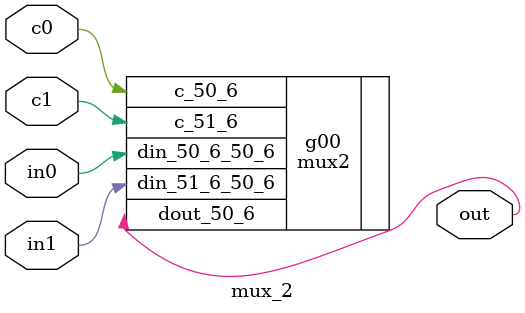
<source format=v>
module mux_2 (
    c0, c1, 
    in0, in1, 
    out
);

    input c0, c1, 
        in0, in1;
    output out;

    mux2 g00 (.c_50_6(c0), .c_51_6(c1), .din_50_6_50_6(in0), .din_51_6_50_6(in1), .dout_50_6(out));

endmodule

</source>
